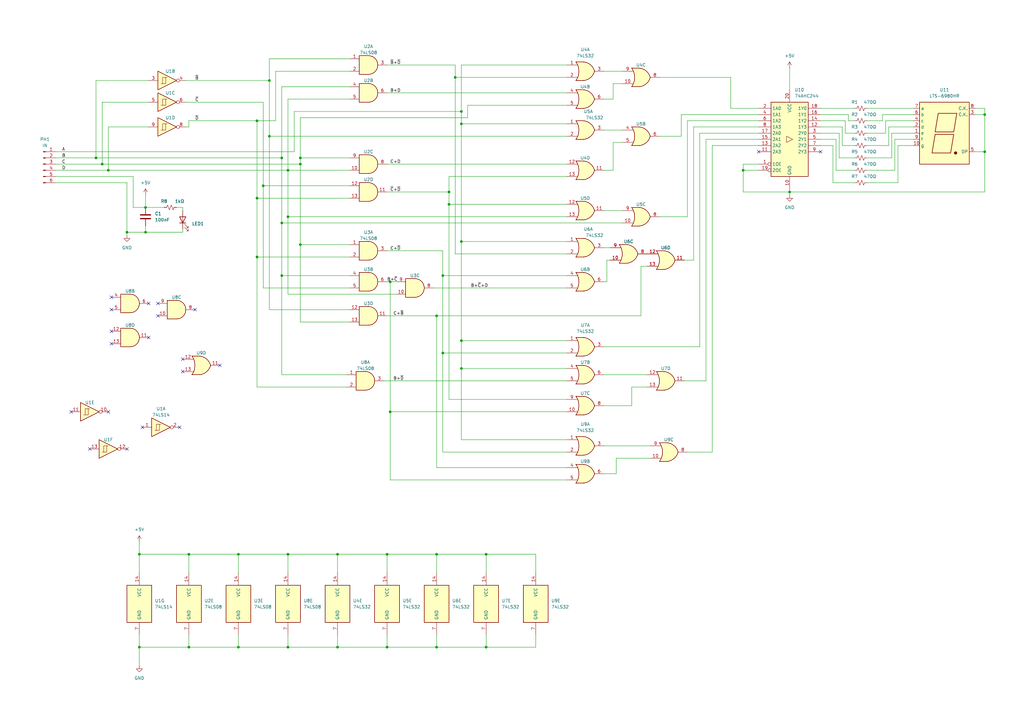
<source format=kicad_sch>
(kicad_sch (version 20211123) (generator eeschema)
  (paper "A3")
  (title_block (title "BCD to LED Logic Gates") (date "2022-11-17") (rev "1.2") (company "Will Schoenfeld"))
  (lib_symbols
    (symbol "74xx:74AHC244"
      (property "Reference" "U" (at -7.62 16.51 0))
      (property "Value" "74AHC244" (at -7.62 -16.51 0))
      (symbol "74AHC244_1_0"
        (pin input inverted (at -12.7 -10.16 0) (length 5.08) (name "1OE") (number "1"))
        (pin power_in line (at 0 -20.32 90) (length 5.08) (name "GND") (number "10"))
        (pin input line (at -12.7 -5.08 0) (length 5.08) (name "2A3") (number "11"))
        (pin tri_state line (at 12.7 5.08 180) (length 5.08) (name "1Y3") (number "12"))
        (pin input line (at -12.7 -2.54 0) (length 5.08) (name "2A2") (number "13"))
        (pin tri_state line (at 12.7 7.62 180) (length 5.08) (name "1Y2") (number "14"))
        (pin input line (at -12.7 0 0) (length 5.08) (name "2A1") (number "15"))
        (pin tri_state line (at 12.7 10.16 180) (length 5.08) (name "1Y1") (number "16"))
        (pin input line (at -12.7 2.54 0) (length 5.08) (name "2A0") (number "17"))
        (pin tri_state line (at 12.7 12.7 180) (length 5.08) (name "1Y0") (number "18"))
        (pin input inverted (at -12.7 -12.7 0) (length 5.08) (name "2OE") (number "19"))
        (pin input line (at -12.7 12.7 0) (length 5.08) (name "1A0") (number "2"))
        (pin power_in line (at 0 20.32 270) (length 5.08) (name "VCC") (number "20"))
        (pin tri_state line (at 12.7 2.54 180) (length 5.08) (name "2Y0") (number "3"))
        (pin input line (at -12.7 10.16 0) (length 5.08) (name "1A1") (number "4"))
        (pin tri_state line (at 12.7 0 180) (length 5.08) (name "2Y1") (number "5"))
        (pin input line (at -12.7 7.62 0) (length 5.08) (name "1A2") (number "6"))
        (pin tri_state line (at 12.7 -2.54 180) (length 5.08) (name "2Y2") (number "7"))
        (pin input line (at -12.7 5.08 0) (length 5.08) (name "1A3") (number "8"))
        (pin tri_state line (at 12.7 -5.08 180) (length 5.08) (name "2Y3") (number "9"))
      )
    )
    (symbol "74xx:74LS08" (pin_names (offset 1.016))
      (property "Reference" "U" (at 0 1.27 0))
      (property "Value" "74LS08" (at 0 -1.27 0))
      (symbol "74LS08_1_1"
        (pin input line (at -7.62 2.54 0) (length 3.81) (name "~") (number "1"))
        (pin input line (at -7.62 -2.54 0) (length 3.81) (name "~") (number "2"))
        (pin output line (at 7.62 0 180) (length 3.81) (name "~") (number "3"))
      )
      (symbol "74LS08_1_2"
        (pin input inverted (at -7.62 2.54 0) (length 4.318) (name "~") (number "1"))
        (pin input inverted (at -7.62 -2.54 0) (length 4.318) (name "~") (number "2"))
        (pin output inverted (at 7.62 0 180) (length 3.81) (name "~") (number "3"))
      )
      (symbol "74LS08_2_1"
        (pin input line (at -7.62 2.54 0) (length 3.81) (name "~") (number "4"))
        (pin input line (at -7.62 -2.54 0) (length 3.81) (name "~") (number "5"))
        (pin output line (at 7.62 0 180) (length 3.81) (name "~") (number "6"))
      )
      (symbol "74LS08_2_2"
        (pin input inverted (at -7.62 2.54 0) (length 4.318) (name "~") (number "4"))
        (pin input inverted (at -7.62 -2.54 0) (length 4.318) (name "~") (number "5"))
        (pin output inverted (at 7.62 0 180) (length 3.81) (name "~") (number "6"))
      )
      (symbol "74LS08_3_1"
        (pin input line (at -7.62 -2.54 0) (length 3.81) (name "~") (number "10"))
        (pin output line (at 7.62 0 180) (length 3.81) (name "~") (number "8"))
        (pin input line (at -7.62 2.54 0) (length 3.81) (name "~") (number "9"))
      )
      (symbol "74LS08_3_2"
        (pin input inverted (at -7.62 -2.54 0) (length 4.318) (name "~") (number "10"))
        (pin output inverted (at 7.62 0 180) (length 3.81) (name "~") (number "8"))
        (pin input inverted (at -7.62 2.54 0) (length 4.318) (name "~") (number "9"))
      )
      (symbol "74LS08_4_1"
        (pin output line (at 7.62 0 180) (length 3.81) (name "~") (number "11"))
        (pin input line (at -7.62 2.54 0) (length 3.81) (name "~") (number "12"))
        (pin input line (at -7.62 -2.54 0) (length 3.81) (name "~") (number "13"))
      )
      (symbol "74LS08_4_2"
        (pin output inverted (at 7.62 0 180) (length 3.81) (name "~") (number "11"))
        (pin input inverted (at -7.62 2.54 0) (length 4.318) (name "~") (number "12"))
        (pin input inverted (at -7.62 -2.54 0) (length 4.318) (name "~") (number "13"))
      )
      (symbol "74LS08_5_0"
        (pin power_in line (at 0 12.7 270) (length 5.08) (name "VCC") (number "14"))
        (pin power_in line (at 0 -12.7 90) (length 5.08) (name "GND") (number "7"))
      )
    )
    (symbol "74xx:74LS14" (pin_names (offset 1.016))
      (property "Reference" "U" (at 0 1.27 0))
      (property "Value" "74LS14" (at 0 -1.27 0))
      (symbol "74LS14_1_0"
        (pin input line (at -7.62 0 0) (length 3.81) (name "~") (number "1"))
        (pin output inverted (at 7.62 0 180) (length 3.81) (name "~") (number "2"))
      )
      (symbol "74LS14_2_0"
        (pin input line (at -7.62 0 0) (length 3.81) (name "~") (number "3"))
        (pin output inverted (at 7.62 0 180) (length 3.81) (name "~") (number "4"))
      )
      (symbol "74LS14_3_0"
        (pin input line (at -7.62 0 0) (length 3.81) (name "~") (number "5"))
        (pin output inverted (at 7.62 0 180) (length 3.81) (name "~") (number "6"))
      )
      (symbol "74LS14_4_0"
        (pin output inverted (at 7.62 0 180) (length 3.81) (name "~") (number "8"))
        (pin input line (at -7.62 0 0) (length 3.81) (name "~") (number "9"))
      )
      (symbol "74LS14_5_0"
        (pin output inverted (at 7.62 0 180) (length 3.81) (name "~") (number "10"))
        (pin input line (at -7.62 0 0) (length 3.81) (name "~") (number "11"))
      )
      (symbol "74LS14_6_0"
        (pin output inverted (at 7.62 0 180) (length 3.81) (name "~") (number "12"))
        (pin input line (at -7.62 0 0) (length 3.81) (name "~") (number "13"))
      )
      (symbol "74LS14_7_0"
        (pin power_in line (at 0 12.7 270) (length 5.08) (name "VCC") (number "14"))
        (pin power_in line (at 0 -12.7 90) (length 5.08) (name "GND") (number "7"))
      )
    )
    (symbol "74xx:74LS32" (pin_names (offset 1.016))
      (property "Reference" "U" (at 0 1.27 0))
      (property "Value" "74LS32" (at 0 -1.27 0))
      (symbol "74LS32_1_1"
        (pin input line (at -7.62 2.54 0) (length 4.318) (name "~") (number "1"))
        (pin input line (at -7.62 -2.54 0) (length 4.318) (name "~") (number "2"))
        (pin output line (at 7.62 0 180) (length 3.81) (name "~") (number "3"))
      )
      (symbol "74LS32_1_2"
        (pin input inverted (at -7.62 2.54 0) (length 3.81) (name "~") (number "1"))
        (pin input inverted (at -7.62 -2.54 0) (length 3.81) (name "~") (number "2"))
        (pin output inverted (at 7.62 0 180) (length 3.81) (name "~") (number "3"))
      )
      (symbol "74LS32_2_1"
        (pin input line (at -7.62 2.54 0) (length 4.318) (name "~") (number "4"))
        (pin input line (at -7.62 -2.54 0) (length 4.318) (name "~") (number "5"))
        (pin output line (at 7.62 0 180) (length 3.81) (name "~") (number "6"))
      )
      (symbol "74LS32_2_2"
        (pin input inverted (at -7.62 2.54 0) (length 3.81) (name "~") (number "4"))
        (pin input inverted (at -7.62 -2.54 0) (length 3.81) (name "~") (number "5"))
        (pin output inverted (at 7.62 0 180) (length 3.81) (name "~") (number "6"))
      )
      (symbol "74LS32_3_1"
        (pin input line (at -7.62 -2.54 0) (length 4.318) (name "~") (number "10"))
        (pin output line (at 7.62 0 180) (length 3.81) (name "~") (number "8"))
        (pin input line (at -7.62 2.54 0) (length 4.318) (name "~") (number "9"))
      )
      (symbol "74LS32_3_2"
        (pin input inverted (at -7.62 -2.54 0) (length 3.81) (name "~") (number "10"))
        (pin output inverted (at 7.62 0 180) (length 3.81) (name "~") (number "8"))
        (pin input inverted (at -7.62 2.54 0) (length 3.81) (name "~") (number "9"))
      )
      (symbol "74LS32_4_1"
        (pin output line (at 7.62 0 180) (length 3.81) (name "~") (number "11"))
        (pin input line (at -7.62 2.54 0) (length 4.318) (name "~") (number "12"))
        (pin input line (at -7.62 -2.54 0) (length 4.318) (name "~") (number "13"))
      )
      (symbol "74LS32_4_2"
        (pin output inverted (at 7.62 0 180) (length 3.81) (name "~") (number "11"))
        (pin input inverted (at -7.62 2.54 0) (length 3.81) (name "~") (number "12"))
        (pin input inverted (at -7.62 -2.54 0) (length 3.81) (name "~") (number "13"))
      )
      (symbol "74LS32_5_0"
        (pin power_in line (at 0 12.7 270) (length 5.08) (name "VCC") (number "14"))
        (pin power_in line (at 0 -12.7 90) (length 5.08) (name "GND") (number "7"))
      )
    )
    (symbol "Connector:Conn_01x06_Male" (pin_names (offset 1.016) hide)
      (property "Reference" "J" (at 0 7.62 0))
      (property "Value" "Conn_01x06_Male" (at 0 -10.16 0))
      (symbol "Conn_01x06_Male_1_1"
        (pin passive line (at 5.08 5.08 180) (length 3.81) (name "Pin_1") (number "1"))
        (pin passive line (at 5.08 2.54 180) (length 3.81) (name "Pin_2") (number "2"))
        (pin passive line (at 5.08 0 180) (length 3.81) (name "Pin_3") (number "3"))
        (pin passive line (at 5.08 -2.54 180) (length 3.81) (name "Pin_4") (number "4"))
        (pin passive line (at 5.08 -5.08 180) (length 3.81) (name "Pin_5") (number "5"))
        (pin passive line (at 5.08 -7.62 180) (length 3.81) (name "Pin_6") (number "6"))
      )
    )
    (symbol "Device:C" (pin_numbers hide) (pin_names (offset 0.254))
      (property "Reference" "C" (at 0.635 2.54 0))
      (property "Value" "C" (at 0.635 -2.54 0))
      (symbol "C_1_1"
        (pin passive line (at 0 3.81 270) (length 2.794) (name "~") (number "1"))
        (pin passive line (at 0 -3.81 90) (length 2.794) (name "~") (number "2"))
      )
    )
    (symbol "Device:LED" (pin_numbers hide) (pin_names (offset 1.016) hide)
      (property "Reference" "D" (at 0 2.54 0))
      (property "Value" "LED" (at 0 -2.54 0))
      (symbol "LED_1_1"
        (pin passive line (at -3.81 0 0) (length 2.54) (name "K") (number "1"))
        (pin passive line (at 3.81 0 180) (length 2.54) (name "A") (number "2"))
      )
    )
    (symbol "Device:R_Small_US" (pin_numbers hide) (pin_names (offset 0.254) hide)
      (property "Reference" "R" (at 0.762 0.508 0))
      (property "Value" "R_Small_US" (at 0.762 -1.016 0))
      (symbol "R_Small_US_1_1"
        (pin passive line (at 0 2.54 270) (length 1.016) (name "~") (number "1"))
        (pin passive line (at 0 -2.54 90) (length 1.016) (name "~") (number "2"))
      )
    )
    (symbol "Display_Character:LTS-6980HR"
      (property "Reference" "AFF" (at -7.874 13.97 0))
      (property "Value" "LTS-6980HR" (at 4.064 13.97 0))
      (symbol "LTS-6980HR_1_1"
        (pin passive line (at -12.7 0 0) (length 2.54) (name "e") (number "1"))
        (pin passive line (at -12.7 -5.08 0) (length 2.54) (name "g") (number "10"))
        (pin passive line (at -12.7 2.54 0) (length 2.54) (name "d") (number "2"))
        (pin passive line (at 12.7 7.62 180) (length 2.54) (name "C.K.") (number "3"))
        (pin passive line (at -12.7 5.08 0) (length 2.54) (name "c") (number "4"))
        (pin passive line (at 12.7 -7.62 180) (length 2.54) (name "DP") (number "5"))
        (pin passive line (at -12.7 7.62 0) (length 2.54) (name "b") (number "6"))
        (pin passive line (at -12.7 10.16 0) (length 2.54) (name "a") (number "7"))
        (pin passive line (at 12.7 10.16 180) (length 2.54) (name "C.K.") (number "8"))
        (pin passive line (at -12.7 -2.54 0) (length 2.54) (name "f") (number "9"))
      )
    )
    (symbol "power:+5V" (power) (pin_names (offset 0))
      (property "Value" "+5V" (at 0 3.556 0))
      (symbol "+5V_1_1"
        (pin power_in line (at 0 0 90) (length 0) hide (name "+5V") (number "1"))
      )
    )
    (symbol "power:GND" (power) (pin_names (offset 0))
      (property "Value" "GND" (at 0 -3.81 0))
      (symbol "GND_1_1"
        (pin power_in line (at 0 0 270) (length 0) hide (name "GND") (number "1"))
      )
    )
  )
  (junction (at 97.79 227.33))
  (junction (at 138.43 265.43))
  (junction (at 323.85 78.74))
  (junction (at 189.23 99.06))
  (junction (at 304.8 69.85))
  (junction (at 189.23 151.13))
  (junction (at 189.23 50.8))
  (junction (at 105.41 81.28))
  (junction (at 403.86 46.99))
  (junction (at 158.75 265.43))
  (junction (at 160.02 115.57))
  (junction (at 107.95 76.2))
  (junction (at 123.19 67.31))
  (junction (at 118.11 69.85))
  (junction (at 179.07 265.43))
  (junction (at 105.41 105.41))
  (junction (at 115.57 113.03))
  (junction (at 115.57 91.44))
  (junction (at 110.49 55.88))
  (junction (at 179.07 129.54))
  (junction (at 403.86 62.23))
  (junction (at 118.11 88.9))
  (junction (at 41.91 67.31))
  (junction (at 97.79 265.43))
  (junction (at 118.11 265.43))
  (junction (at 189.23 45.72))
  (junction (at 77.47 227.33))
  (junction (at 110.49 33.02))
  (junction (at 186.69 31.75))
  (junction (at 44.45 69.85))
  (junction (at 189.23 139.7))
  (junction (at 115.57 64.77))
  (junction (at 59.69 85.09))
  (junction (at 105.41 49.53))
  (junction (at 57.15 265.43))
  (junction (at 52.07 95.25))
  (junction (at 77.47 265.43))
  (junction (at 158.75 227.33))
  (junction (at 184.15 83.82))
  (junction (at 199.39 227.33))
  (junction (at 199.39 265.43))
  (junction (at 184.15 78.74))
  (junction (at 57.15 227.33))
  (junction (at 179.07 227.33))
  (junction (at 181.61 144.78))
  (junction (at 181.61 113.03))
  (junction (at 118.11 227.33))
  (junction (at 123.19 100.33))
  (junction (at 123.19 64.77))
  (junction (at 59.69 95.25))
  (junction (at 39.37 64.77))
  (junction (at 160.02 168.91))
  (junction (at 138.43 227.33))
  (no_connect (at 311.15 62.23))
  (no_connect (at 90.17 149.86))
  (no_connect (at 74.93 147.32))
  (no_connect (at 74.93 152.4))
  (no_connect (at 64.77 129.54))
  (no_connect (at 64.77 124.46))
  (no_connect (at 80.01 127))
  (no_connect (at 44.45 168.91))
  (no_connect (at 29.21 168.91))
  (no_connect (at 36.83 184.15))
  (no_connect (at 45.72 140.97))
  (no_connect (at 45.72 135.89))
  (no_connect (at 60.96 138.43))
  (no_connect (at 45.72 127))
  (no_connect (at 60.96 124.46))
  (no_connect (at 45.72 121.92))
  (no_connect (at 52.07 184.15))
  (no_connect (at 336.55 62.23))
  (no_connect (at 58.42 175.26))
  (no_connect (at 73.66 175.26))
  (wire (pts (xy 289.56 156.21) (xy 289.56 57.15)))
  (wire (pts (xy 184.15 72.39) (xy 184.15 78.74)))
  (wire (pts (xy 138.43 260.35) (xy 138.43 265.43)))
  (wire (pts (xy 248.92 106.68) (xy 248.92 115.57)))
  (wire (pts (xy 336.55 49.53) (xy 346.71 49.53)))
  (wire (pts (xy 336.55 54.61) (xy 344.17 54.61)))
  (wire (pts (xy 199.39 265.43) (xy 179.07 265.43)))
  (wire (pts (xy 232.41 151.13) (xy 189.23 151.13)))
  (wire (pts (xy 160.02 168.91) (xy 160.02 115.57)))
  (wire (pts (xy 189.23 50.8) (xy 232.41 50.8)))
  (wire (pts (xy 158.75 38.1) (xy 232.41 38.1)))
  (wire (pts (xy 262.89 109.22) (xy 265.43 109.22)))
  (wire (pts (xy 77.47 265.43) (xy 57.15 265.43)))
  (wire (pts (xy 143.51 105.41) (xy 105.41 105.41)))
  (wire (pts (xy 77.47 260.35) (xy 77.47 265.43)))
  (wire (pts (xy 118.11 69.85) (xy 143.51 69.85)))
  (wire (pts (xy 280.67 106.68) (xy 284.48 106.68)))
  (wire (pts (xy 259.08 166.37) (xy 247.65 166.37)))
  (wire (pts (xy 138.43 265.43) (xy 118.11 265.43)))
  (wire (pts (xy 181.61 144.78) (xy 181.61 113.03)))
  (wire (pts (xy 251.46 34.29) (xy 251.46 40.64)))
  (wire (pts (xy 143.51 81.28) (xy 105.41 81.28)))
  (wire (pts (xy 311.15 67.31) (xy 304.8 67.31)))
  (wire (pts (xy 365.76 54.61) (xy 365.76 64.77)))
  (wire (pts (xy 199.39 234.95) (xy 199.39 227.33)))
  (wire (pts (xy 292.1 59.69) (xy 311.15 59.69)))
  (wire (pts (xy 186.69 31.75) (xy 232.41 31.75)))
  (wire (pts (xy 299.72 31.75) (xy 299.72 44.45)))
  (wire (pts (xy 59.69 92.71) (xy 59.69 95.25)))
  (wire (pts (xy 219.71 260.35) (xy 219.71 265.43)))
  (wire (pts (xy 44.45 69.85) (xy 118.11 69.85)))
  (wire (pts (xy 158.75 129.54) (xy 179.07 129.54)))
  (wire (pts (xy 143.51 118.11) (xy 107.95 118.11)))
  (wire (pts (xy 115.57 64.77) (xy 39.37 64.77)))
  (wire (pts (xy 403.86 46.99) (xy 403.86 62.23)))
  (wire (pts (xy 105.41 49.53) (xy 113.03 49.53)))
  (wire (pts (xy 363.22 54.61) (xy 355.6 54.61)))
  (wire (pts (xy 367.03 69.85) (xy 355.6 69.85)))
  (wire (pts (xy 361.95 46.99) (xy 374.65 46.99)))
  (wire (pts (xy 60.96 33.02) (xy 39.37 33.02)))
  (wire (pts (xy 252.73 187.96) (xy 252.73 194.31)))
  (wire (pts (xy 142.24 153.67) (xy 115.57 153.67)))
  (wire (pts (xy 368.3 59.69) (xy 368.3 74.93)))
  (wire (pts (xy 336.55 46.99) (xy 347.98 46.99)))
  (wire (pts (xy 184.15 163.83) (xy 184.15 83.82)))
  (wire (pts (xy 77.47 227.33) (xy 97.79 227.33)))
  (wire (pts (xy 189.23 139.7) (xy 189.23 99.06)))
  (wire (pts (xy 77.47 227.33) (xy 77.47 234.95)))
  (wire (pts (xy 287.02 142.24) (xy 287.02 54.61)))
  (wire (pts (xy 232.41 144.78) (xy 181.61 144.78)))
  (wire (pts (xy 57.15 260.35) (xy 57.15 265.43)))
  (wire (pts (xy 252.73 187.96) (xy 266.7 187.96)))
  (wire (pts (xy 304.8 69.85) (xy 304.8 78.74)))
  (wire (pts (xy 323.85 78.74) (xy 403.86 78.74)))
  (wire (pts (xy 219.71 227.33) (xy 199.39 227.33)))
  (wire (pts (xy 247.65 86.36) (xy 255.27 86.36)))
  (wire (pts (xy 279.4 46.99) (xy 311.15 46.99)))
  (wire (pts (xy 158.75 260.35) (xy 158.75 265.43)))
  (wire (pts (xy 22.86 67.31) (xy 41.91 67.31)))
  (wire (pts (xy 403.86 62.23) (xy 403.86 78.74)))
  (wire (pts (xy 374.65 57.15) (xy 367.03 57.15)))
  (wire (pts (xy 52.07 74.93) (xy 52.07 95.25)))
  (wire (pts (xy 179.07 260.35) (xy 179.07 265.43)))
  (wire (pts (xy 232.41 26.67) (xy 189.23 26.67)))
  (wire (pts (xy 252.73 194.31) (xy 247.65 194.31)))
  (wire (pts (xy 259.08 158.75) (xy 259.08 166.37)))
  (wire (pts (xy 115.57 113.03) (xy 115.57 91.44)))
  (wire (pts (xy 158.75 227.33) (xy 179.07 227.33)))
  (wire (pts (xy 74.93 86.36) (xy 74.93 85.09)))
  (wire (pts (xy 143.51 127) (xy 110.49 127)))
  (wire (pts (xy 57.15 227.33) (xy 77.47 227.33)))
  (wire (pts (xy 57.15 227.33) (xy 57.15 234.95)))
  (wire (pts (xy 344.17 64.77) (xy 350.52 64.77)))
  (wire (pts (xy 347.98 49.53) (xy 350.52 49.53)))
  (wire (pts (xy 123.19 48.26) (xy 123.19 64.77)))
  (wire (pts (xy 189.23 50.8) (xy 189.23 45.72)))
  (wire (pts (xy 247.65 40.64) (xy 251.46 40.64)))
  (wire (pts (xy 113.03 29.21) (xy 143.51 29.21)))
  (wire (pts (xy 247.65 142.24) (xy 287.02 142.24)))
  (wire (pts (xy 59.69 85.09) (xy 59.69 80.01)))
  (wire (pts (xy 323.85 78.74) (xy 323.85 80.01)))
  (wire (pts (xy 110.49 127) (xy 110.49 55.88)))
  (wire (pts (xy 39.37 64.77) (xy 22.86 64.77)))
  (wire (pts (xy 232.41 99.06) (xy 189.23 99.06)))
  (wire (pts (xy 105.41 105.41) (xy 105.41 81.28)))
  (wire (pts (xy 54.61 72.39) (xy 54.61 85.09)))
  (wire (pts (xy 346.71 54.61) (xy 350.52 54.61)))
  (wire (pts (xy 110.49 33.02) (xy 110.49 24.13)))
  (wire (pts (xy 336.55 44.45) (xy 350.52 44.45)))
  (wire (pts (xy 160.02 115.57) (xy 158.75 115.57)))
  (wire (pts (xy 323.85 27.94) (xy 323.85 36.83)))
  (wire (pts (xy 158.75 227.33) (xy 158.75 234.95)))
  (wire (pts (xy 110.49 24.13) (xy 143.51 24.13)))
  (wire (pts (xy 77.47 49.53) (xy 105.41 49.53)))
  (wire (pts (xy 22.86 62.23) (xy 120.65 62.23)))
  (wire (pts (xy 270.51 31.75) (xy 299.72 31.75)))
  (wire (pts (xy 189.23 26.67) (xy 189.23 45.72)))
  (wire (pts (xy 281.94 88.9) (xy 281.94 49.53)))
  (wire (pts (xy 115.57 91.44) (xy 115.57 64.77)))
  (wire (pts (xy 374.65 49.53) (xy 363.22 49.53)))
  (wire (pts (xy 247.65 69.85) (xy 251.46 69.85)))
  (wire (pts (xy 342.9 69.85) (xy 350.52 69.85)))
  (wire (pts (xy 41.91 41.91) (xy 60.96 41.91)))
  (wire (pts (xy 143.51 35.56) (xy 115.57 35.56)))
  (wire (pts (xy 361.95 49.53) (xy 361.95 46.99)))
  (wire (pts (xy 184.15 83.82) (xy 184.15 78.74)))
  (wire (pts (xy 191.77 43.18) (xy 191.77 48.26)))
  (wire (pts (xy 107.95 118.11) (xy 107.95 76.2)))
  (wire (pts (xy 292.1 185.42) (xy 292.1 59.69)))
  (wire (pts (xy 59.69 95.25) (xy 74.93 95.25)))
  (wire (pts (xy 323.85 77.47) (xy 323.85 78.74)))
  (wire (pts (xy 105.41 105.41) (xy 105.41 158.75)))
  (wire (pts (xy 364.49 52.07) (xy 364.49 59.69)))
  (wire (pts (xy 162.56 120.65) (xy 118.11 120.65)))
  (wire (pts (xy 281.94 185.42) (xy 292.1 185.42)))
  (wire (pts (xy 160.02 196.85) (xy 160.02 168.91)))
  (wire (pts (xy 118.11 227.33) (xy 118.11 234.95)))
  (wire (pts (xy 110.49 55.88) (xy 110.49 33.02)))
  (wire (pts (xy 97.79 227.33) (xy 118.11 227.33)))
  (wire (pts (xy 181.61 102.87) (xy 181.61 113.03)))
  (wire (pts (xy 368.3 74.93) (xy 355.6 74.93)))
  (wire (pts (xy 115.57 113.03) (xy 115.57 153.67)))
  (wire (pts (xy 341.63 59.69) (xy 341.63 74.93)))
  (wire (pts (xy 255.27 34.29) (xy 251.46 34.29)))
  (wire (pts (xy 186.69 26.67) (xy 186.69 31.75)))
  (wire (pts (xy 60.96 52.07) (xy 44.45 52.07)))
  (wire (pts (xy 279.4 55.88) (xy 279.4 46.99)))
  (wire (pts (xy 158.75 67.31) (xy 232.41 67.31)))
  (wire (pts (xy 374.65 54.61) (xy 365.76 54.61)))
  (wire (pts (xy 118.11 40.64) (xy 118.11 69.85)))
  (wire (pts (xy 189.23 99.06) (xy 189.23 50.8)))
  (wire (pts (xy 280.67 156.21) (xy 289.56 156.21)))
  (wire (pts (xy 44.45 52.07) (xy 44.45 69.85)))
  (wire (pts (xy 118.11 260.35) (xy 118.11 265.43)))
  (wire (pts (xy 232.41 139.7) (xy 189.23 139.7)))
  (wire (pts (xy 143.51 76.2) (xy 107.95 76.2)))
  (wire (pts (xy 232.41 191.77) (xy 179.07 191.77)))
  (wire (pts (xy 77.47 49.53) (xy 77.47 52.07)))
  (wire (pts (xy 374.65 52.07) (xy 364.49 52.07)))
  (wire (pts (xy 374.65 59.69) (xy 368.3 59.69)))
  (wire (pts (xy 232.41 196.85) (xy 160.02 196.85)))
  (wire (pts (xy 22.86 69.85) (xy 44.45 69.85)))
  (wire (pts (xy 179.07 227.33) (xy 179.07 234.95)))
  (wire (pts (xy 76.2 33.02) (xy 110.49 33.02)))
  (wire (pts (xy 118.11 227.33) (xy 138.43 227.33)))
  (wire (pts (xy 247.65 153.67) (xy 265.43 153.67)))
  (wire (pts (xy 57.15 265.43) (xy 57.15 273.05)))
  (wire (pts (xy 158.75 78.74) (xy 184.15 78.74)))
  (wire (pts (xy 59.69 85.09) (xy 67.31 85.09)))
  (wire (pts (xy 76.2 41.91) (xy 107.95 41.91)))
  (wire (pts (xy 289.56 57.15) (xy 311.15 57.15)))
  (wire (pts (xy 232.41 113.03) (xy 181.61 113.03)))
  (wire (pts (xy 400.05 46.99) (xy 403.86 46.99)))
  (wire (pts (xy 157.48 156.21) (xy 232.41 156.21)))
  (wire (pts (xy 123.19 67.31) (xy 41.91 67.31)))
  (wire (pts (xy 400.05 44.45) (xy 403.86 44.45)))
  (wire (pts (xy 138.43 227.33) (xy 138.43 234.95)))
  (wire (pts (xy 57.15 222.25) (xy 57.15 227.33)))
  (wire (pts (xy 304.8 67.31) (xy 304.8 69.85)))
  (wire (pts (xy 232.41 104.14) (xy 186.69 104.14)))
  (wire (pts (xy 199.39 260.35) (xy 199.39 265.43)))
  (wire (pts (xy 123.19 100.33) (xy 123.19 67.31)))
  (wire (pts (xy 158.75 265.43) (xy 138.43 265.43)))
  (wire (pts (xy 304.8 78.74) (xy 323.85 78.74)))
  (wire (pts (xy 232.41 43.18) (xy 191.77 43.18)))
  (wire (pts (xy 284.48 106.68) (xy 284.48 52.07)))
  (wire (pts (xy 123.19 64.77) (xy 123.19 67.31)))
  (wire (pts (xy 262.89 129.54) (xy 262.89 109.22)))
  (wire (pts (xy 199.39 227.33) (xy 179.07 227.33)))
  (wire (pts (xy 162.56 115.57) (xy 160.02 115.57)))
  (wire (pts (xy 284.48 52.07) (xy 311.15 52.07)))
  (wire (pts (xy 143.51 40.64) (xy 118.11 40.64)))
  (wire (pts (xy 179.07 191.77) (xy 179.07 129.54)))
  (wire (pts (xy 107.95 76.2) (xy 107.95 41.91)))
  (wire (pts (xy 97.79 227.33) (xy 97.79 234.95)))
  (wire (pts (xy 123.19 64.77) (xy 143.51 64.77)))
  (wire (pts (xy 247.65 182.88) (xy 266.7 182.88)))
  (wire (pts (xy 247.65 115.57) (xy 248.92 115.57)))
  (wire (pts (xy 181.61 185.42) (xy 181.61 144.78)))
  (wire (pts (xy 336.55 52.07) (xy 345.44 52.07)))
  (wire (pts (xy 341.63 74.93) (xy 350.52 74.93)))
  (wire (pts (xy 232.41 168.91) (xy 160.02 168.91)))
  (wire (pts (xy 74.93 93.98) (xy 74.93 95.25)))
  (wire (pts (xy 115.57 35.56) (xy 115.57 64.77)))
  (wire (pts (xy 400.05 62.23) (xy 403.86 62.23)))
  (wire (pts (xy 342.9 57.15) (xy 342.9 69.85)))
  (wire (pts (xy 363.22 49.53) (xy 363.22 54.61)))
  (wire (pts (xy 143.51 100.33) (xy 123.19 100.33)))
  (wire (pts (xy 179.07 265.43) (xy 158.75 265.43)))
  (wire (pts (xy 118.11 265.43) (xy 97.79 265.43)))
  (wire (pts (xy 143.51 113.03) (xy 115.57 113.03)))
  (wire (pts (xy 142.24 158.75) (xy 105.41 158.75)))
  (wire (pts (xy 336.55 57.15) (xy 342.9 57.15)))
  (wire (pts (xy 232.41 185.42) (xy 181.61 185.42)))
  (wire (pts (xy 346.71 49.53) (xy 346.71 54.61)))
  (wire (pts (xy 345.44 52.07) (xy 345.44 59.69)))
  (wire (pts (xy 365.76 64.77) (xy 355.6 64.77)))
  (wire (pts (xy 219.71 234.95) (xy 219.71 227.33)))
  (wire (pts (xy 118.11 120.65) (xy 118.11 88.9)))
  (wire (pts (xy 189.23 45.72) (xy 120.65 45.72)))
  (wire (pts (xy 74.93 85.09) (xy 72.39 85.09)))
  (wire (pts (xy 39.37 33.02) (xy 39.37 64.77)))
  (wire (pts (xy 113.03 49.53) (xy 113.03 29.21)))
  (wire (pts (xy 270.51 88.9) (xy 281.94 88.9)))
  (wire (pts (xy 191.77 48.26) (xy 123.19 48.26)))
  (wire (pts (xy 54.61 85.09) (xy 59.69 85.09)))
  (wire (pts (xy 118.11 88.9) (xy 118.11 69.85)))
  (wire (pts (xy 247.65 29.21) (xy 255.27 29.21)))
  (wire (pts (xy 364.49 59.69) (xy 355.6 59.69)))
  (wire (pts (xy 336.55 59.69) (xy 341.63 59.69)))
  (wire (pts (xy 270.51 55.88) (xy 279.4 55.88)))
  (wire (pts (xy 189.23 151.13) (xy 189.23 139.7)))
  (wire (pts (xy 105.41 49.53) (xy 105.41 81.28)))
  (wire (pts (xy 123.19 132.08) (xy 123.19 100.33)))
  (wire (pts (xy 143.51 132.08) (xy 123.19 132.08)))
  (wire (pts (xy 247.65 101.6) (xy 250.19 101.6)))
  (wire (pts (xy 77.47 52.07) (xy 76.2 52.07)))
  (wire (pts (xy 158.75 102.87) (xy 181.61 102.87)))
  (wire (pts (xy 177.8 118.11) (xy 232.41 118.11)))
  (wire (pts (xy 367.03 57.15) (xy 367.03 69.85)))
  (wire (pts (xy 251.46 69.85) (xy 251.46 58.42)))
  (wire (pts (xy 52.07 96.52) (xy 52.07 95.25)))
  (wire (pts (xy 355.6 49.53) (xy 361.95 49.53)))
  (wire (pts (xy 186.69 104.14) (xy 186.69 31.75)))
  (wire (pts (xy 265.43 158.75) (xy 259.08 158.75)))
  (wire (pts (xy 179.07 129.54) (xy 262.89 129.54)))
  (wire (pts (xy 232.41 88.9) (xy 118.11 88.9)))
  (wire (pts (xy 247.65 53.34) (xy 255.27 53.34)))
  (wire (pts (xy 97.79 265.43) (xy 77.47 265.43)))
  (wire (pts (xy 97.79 260.35) (xy 97.79 265.43)))
  (wire (pts (xy 355.6 44.45) (xy 374.65 44.45)))
  (wire (pts (xy 219.71 265.43) (xy 199.39 265.43)))
  (wire (pts (xy 255.27 91.44) (xy 115.57 91.44)))
  (wire (pts (xy 184.15 83.82) (xy 232.41 83.82)))
  (wire (pts (xy 403.86 44.45) (xy 403.86 46.99)))
  (wire (pts (xy 281.94 49.53) (xy 311.15 49.53)))
  (wire (pts (xy 344.17 54.61) (xy 344.17 64.77)))
  (wire (pts (xy 158.75 26.67) (xy 186.69 26.67)))
  (wire (pts (xy 311.15 44.45) (xy 299.72 44.45)))
  (wire (pts (xy 138.43 227.33) (xy 158.75 227.33)))
  (wire (pts (xy 347.98 46.99) (xy 347.98 49.53)))
  (wire (pts (xy 184.15 72.39) (xy 232.41 72.39)))
  (wire (pts (xy 41.91 67.31) (xy 41.91 41.91)))
  (wire (pts (xy 255.27 58.42) (xy 251.46 58.42)))
  (wire (pts (xy 22.86 72.39) (xy 54.61 72.39)))
  (wire (pts (xy 22.86 74.93) (xy 52.07 74.93)))
  (wire (pts (xy 59.69 95.25) (xy 52.07 95.25)))
  (wire (pts (xy 248.92 106.68) (xy 250.19 106.68)))
  (wire (pts (xy 120.65 45.72) (xy 120.65 62.23)))
  (wire (pts (xy 110.49 55.88) (xy 232.41 55.88)))
  (wire (pts (xy 287.02 54.61) (xy 311.15 54.61)))
  (wire (pts (xy 189.23 180.34) (xy 189.23 151.13)))
  (wire (pts (xy 232.41 163.83) (xy 184.15 163.83)))
  (wire (pts (xy 304.8 69.85) (xy 311.15 69.85)))
  (wire (pts (xy 345.44 59.69) (xy 350.52 59.69)))
  (wire (pts (xy 232.41 180.34) (xy 189.23 180.34)))
  (label "~{C}+~{D}" (at 160.02 78.74 0))
  (label "~{B}" (at 80.01 33.02 0))
  (label "B" (at 25.4 64.77 0))
  (label "~{B}+~{D}" (at 160.02 26.67 0))
  (label "B+~{C}+D" (at 193.04 118.11 0))
  (label "A" (at 25.4 62.23 0))
  (label "B+~{D}" (at 161.29 156.21 0))
  (label "C+~{B}" (at 161.29 129.54 0))
  (label "~{C}" (at 80.01 41.91 0))
  (label "D" (at 25.4 69.85 0))
  (label "C+D" (at 160.02 67.31 0))
  (label "~{D}" (at 80.01 49.53 0))
  (label "B+~{C}" (at 158.75 115.57 0))
  (label "C" (at 25.4 67.31 0))
  (label "C+~{D}" (at 160.02 102.87 0))
  (label "B+D" (at 160.02 38.1 0))
  (symbol (lib_id "74xx:74LS14") (at 68.58 52.07 0) (unit 4)
    (property "Reference" "U1" (at 69.85 48.26 0))
    (property "Value" "74LS14" (effects hide))
    (property "Footprint" "Package_DIP:DIP-14_W7.62mm_Socket" (effects hide))
    (property "Datasheet" "http://www.ti.com/lit/gpn/sn74LS14" (effects hide))
  )
  (symbol (lib_id "74xx:74LS32") (at 240.03 153.67 0) (unit 2)
    (property "Reference" "U7" (at 240.03 148.59 0))
    (property "Value" "74LS32" (effects hide))
    (property "Footprint" "Package_DIP:DIP-14_W7.62mm_Socket" (effects hide))
    (property "Datasheet" "http://www.ti.com/lit/gpn/sn74LS32" (effects hide))
  )
  (symbol (lib_id "74xx:74LS08") (at 97.79 247.65 0) (unit 5)
    (property "Reference" "U3" (at 104.14 246.3799 0) (effects (justify left)))
    (property "Value" "74LS08" (at 104.14 248.9199 0) (effects (justify left)))
    (property "Footprint" "Package_DIP:DIP-14_W7.62mm_Socket" (effects hide))
    (property "Datasheet" "http://www.ti.com/lit/gpn/sn74LS08" (effects hide))
  )
  (symbol (lib_id "74xx:74LS08") (at 149.86 156.21 0) (unit 1)
    (property "Reference" "U8" (at 149.86 148.59 0))
    (property "Value" "74LS08" (at 149.86 151.13 0))
    (property "Footprint" "Package_DIP:DIP-14_W7.62mm_Socket" (effects hide))
    (property "Datasheet" "http://www.ti.com/lit/gpn/sn74LS08" (effects hide))
  )
  (symbol (lib_id "74xx:74LS32") (at 240.03 194.31 0) (unit 2)
    (property "Reference" "U9" (at 240.03 189.23 0))
    (property "Value" "74LS32" (effects hide))
    (property "Footprint" "Package_DIP:DIP-14_W7.62mm_Socket" (effects hide))
    (property "Datasheet" "http://www.ti.com/lit/gpn/sn74LS32" (effects hide))
  )
  (symbol (lib_id "74xx:74LS32") (at 219.71 247.65 0) (unit 5)
    (property "Reference" "U9" (at 226.06 246.3799 0) (effects (justify left)))
    (property "Value" "74LS32" (at 226.06 248.9199 0) (effects (justify left)))
    (property "Footprint" "Package_DIP:DIP-14_W7.62mm_Socket" (effects hide))
    (property "Datasheet" "http://www.ti.com/lit/gpn/sn74LS32" (effects hide))
  )
  (symbol (lib_id "74xx:74LS32") (at 240.03 101.6 0) (unit 1)
    (property "Reference" "U6" (at 241.3 93.98 0))
    (property "Value" "74LS32" (at 243.84 96.52 0))
    (property "Footprint" "Package_DIP:DIP-14_W7.62mm_Socket" (effects hide))
    (property "Datasheet" "http://www.ti.com/lit/gpn/sn74LS32" (effects hide))
  )
  (symbol (lib_id "74xx:74LS32") (at 240.03 142.24 0) (unit 1)
    (property "Reference" "U7" (at 240.03 133.35 0))
    (property "Value" "74LS32" (at 240.03 135.89 0))
    (property "Footprint" "Package_DIP:DIP-14_W7.62mm_Socket" (effects hide))
    (property "Datasheet" "http://www.ti.com/lit/gpn/sn74LS32" (effects hide))
  )
  (symbol (lib_id "74xx:74AHC244") (at 323.85 57.15 0) (unit 1)
    (property "Reference" "U10" (at 325.8694 36.83 0) (effects (justify left)))
    (property "Value" "74AHC244" (at 325.8694 39.37 0) (effects (justify left)))
    (property "Footprint" "Package_DIP:DIP-20_W7.62mm_Socket" (effects hide))
    (property "Datasheet" "https://assets.nexperia.com/documents/data-sheet/74AHC_AHCT244.pdf" (effects hide))
  )
  (symbol (lib_id "74xx:74LS32") (at 82.55 149.86 0) (unit 4)
    (property "Reference" "U9" (at 82.55 144.78 0))
    (property "Value" "74LS32" (effects hide))
    (property "Footprint" "Package_DIP:DIP-14_W7.62mm_Socket" (effects hide))
    (property "Datasheet" "http://www.ti.com/lit/gpn/sn74LS32" (effects hide))
  )
  (symbol (lib_id "power:GND") (at 52.07 96.52 0) (unit 1)
    (property "Reference" "#PWR03" (effects hide))
    (property "Value" "GND" (at 52.07 101.6 0))
  )
  (symbol (lib_id "74xx:74LS08") (at 151.13 115.57 0) (unit 2)
    (property "Reference" "U3" (at 151.13 110.49 0))
    (property "Value" "74LS08" (effects hide))
    (property "Footprint" "Package_DIP:DIP-14_W7.62mm_Socket" (effects hide))
    (property "Datasheet" "http://www.ti.com/lit/gpn/sn74LS08" (effects hide))
  )
  (symbol (lib_id "Device:R_Small_US") (at 353.06 54.61 90) (unit 1)
    (property "Reference" "R3" (at 350.52 52.07 90))
    (property "Value" "470Ω" (at 356.87 52.07 90))
    (property "Footprint" "Resistor_THT:R_Axial_DIN0207_L6.3mm_D2.5mm_P7.62mm_Horizontal" (effects hide))
  )
  (symbol (lib_id "74xx:74LS32") (at 274.32 185.42 0) (unit 3)
    (property "Reference" "U9" (at 274.32 180.34 0))
    (property "Value" "74LS32" (effects hide))
    (property "Footprint" "Package_DIP:DIP-14_W7.62mm_Socket" (effects hide))
    (property "Datasheet" "http://www.ti.com/lit/gpn/sn74LS32" (effects hide))
  )
  (symbol (lib_id "Device:R_Small_US") (at 353.06 49.53 90) (unit 1)
    (property "Reference" "R2" (at 350.52 46.99 90))
    (property "Value" "470Ω" (at 356.87 46.99 90))
    (property "Footprint" "Resistor_THT:R_Axial_DIN0207_L6.3mm_D2.5mm_P7.62mm_Horizontal" (effects hide))
  )
  (symbol (lib_id "74xx:74LS32") (at 240.03 69.85 0) (unit 4)
    (property "Reference" "U4" (at 240.03 64.77 0))
    (property "Value" "74LS32" (effects hide))
    (property "Footprint" "Package_DIP:DIP-14_W7.62mm_Socket" (effects hide))
    (property "Datasheet" "http://www.ti.com/lit/gpn/sn74LS32" (effects hide))
  )
  (symbol (lib_id "power:GND") (at 323.85 80.01 0) (unit 1)
    (property "Reference" "#PWR02" (effects hide))
    (property "Value" "GND" (at 323.85 85.09 0))
  )
  (symbol (lib_id "74xx:74LS14") (at 66.04 175.26 0) (unit 1)
    (property "Reference" "U1" (at 66.04 167.64 0))
    (property "Value" "74LS14" (at 66.04 170.18 0))
    (property "Footprint" "Package_DIP:DIP-14_W7.62mm_Socket" (effects hide))
    (property "Datasheet" "http://www.ti.com/lit/gpn/sn74LS14" (effects hide))
  )
  (symbol (lib_id "74xx:74LS08") (at 77.47 247.65 0) (unit 5)
    (property "Reference" "U2" (at 83.82 246.3799 0) (effects (justify left)))
    (property "Value" "74LS08" (at 83.82 248.9199 0) (effects (justify left)))
    (property "Footprint" "Package_DIP:DIP-14_W7.62mm_Socket" (effects hide))
    (property "Datasheet" "http://www.ti.com/lit/gpn/sn74LS08" (effects hide))
  )
  (symbol (lib_id "Device:R_Small_US") (at 353.06 44.45 90) (unit 1)
    (property "Reference" "R1" (at 350.52 41.91 90))
    (property "Value" "470Ω" (at 356.87 41.91 90))
    (property "Footprint" "Resistor_THT:R_Axial_DIN0207_L6.3mm_D2.5mm_P7.62mm_Horizontal" (effects hide))
  )
  (symbol (lib_id "74xx:74LS08") (at 151.13 67.31 0) (unit 3)
    (property "Reference" "U2" (at 151.13 62.23 0))
    (property "Value" "74LS08" (effects hide))
    (property "Footprint" "Package_DIP:DIP-14_W7.62mm_Socket" (effects hide))
    (property "Datasheet" "http://www.ti.com/lit/gpn/sn74LS08" (effects hide))
  )
  (symbol (lib_id "Device:R_Small_US") (at 353.06 64.77 90) (unit 1)
    (property "Reference" "R5" (at 350.52 62.23 90))
    (property "Value" "470Ω" (at 356.87 62.23 90))
    (property "Footprint" "Resistor_THT:R_Axial_DIN0207_L6.3mm_D2.5mm_P7.62mm_Horizontal" (effects hide))
  )
  (symbol (lib_id "74xx:74LS32") (at 158.75 247.65 0) (unit 5)
    (property "Reference" "U5" (at 165.1 246.3799 0) (effects (justify left)))
    (property "Value" "74LS32" (at 165.1 248.9199 0) (effects (justify left)))
    (property "Footprint" "Package_DIP:DIP-14_W7.62mm_Socket" (effects hide))
    (property "Datasheet" "http://www.ti.com/lit/gpn/sn74LS32" (effects hide))
  )
  (symbol (lib_id "74xx:74LS08") (at 118.11 247.65 0) (unit 5)
    (property "Reference" "U8" (at 124.46 246.3799 0) (effects (justify left)))
    (property "Value" "74LS08" (at 124.46 248.9199 0) (effects (justify left)))
    (property "Footprint" "Package_DIP:DIP-14_W7.62mm_Socket" (effects hide))
    (property "Datasheet" "http://www.ti.com/lit/gpn/sn74LS08" (effects hide))
  )
  (symbol (lib_id "74xx:74LS32") (at 262.89 88.9 0) (unit 3)
    (property "Reference" "U5" (at 262.89 83.82 0))
    (property "Value" "74LS32" (effects hide))
    (property "Footprint" "Package_DIP:DIP-14_W7.62mm_Socket" (effects hide))
    (property "Datasheet" "http://www.ti.com/lit/gpn/sn74LS32" (effects hide))
  )
  (symbol (lib_id "74xx:74LS08") (at 151.13 102.87 0) (unit 1)
    (property "Reference" "U3" (at 151.13 95.25 0))
    (property "Value" "74LS08" (at 151.13 97.79 0))
    (property "Footprint" "Package_DIP:DIP-14_W7.62mm_Socket" (effects hide))
    (property "Datasheet" "http://www.ti.com/lit/gpn/sn74LS08" (effects hide))
  )
  (symbol (lib_id "74xx:74LS32") (at 199.39 247.65 0) (unit 5)
    (property "Reference" "U7" (at 205.74 246.3799 0) (effects (justify left)))
    (property "Value" "74LS32" (at 205.74 248.9199 0) (effects (justify left)))
    (property "Footprint" "Package_DIP:DIP-14_W7.62mm_Socket" (effects hide))
    (property "Datasheet" "http://www.ti.com/lit/gpn/sn74LS32" (effects hide))
  )
  (symbol (lib_id "Device:R_Small_US") (at 69.85 85.09 90) (unit 1)
    (property "Reference" "R8" (at 67.31 82.55 90))
    (property "Value" "1kΩ" (at 73.66 82.55 90))
    (property "Footprint" "Resistor_THT:R_Axial_DIN0207_L6.3mm_D2.5mm_P7.62mm_Horizontal" (effects hide))
  )
  (symbol (lib_id "74xx:74LS08") (at 151.13 78.74 0) (unit 4)
    (property "Reference" "U2" (at 151.13 73.66 0))
    (property "Value" "74LS08" (effects hide))
    (property "Footprint" "Package_DIP:DIP-14_W7.62mm_Socket" (effects hide))
    (property "Datasheet" "http://www.ti.com/lit/gpn/sn74LS08" (effects hide))
  )
  (symbol (lib_id "Connector:Conn_01x06_Male") (at 17.78 67.31 0) (unit 1)
    (property "Reference" "PH1" (at 18.415 57.15 0))
    (property "Value" "IN" (at 18.415 59.69 0))
    (property "Footprint" "Connector_PinHeader_2.54mm:PinHeader_1x06_P2.54mm_Vertical" (effects hide))
  )
  (symbol (lib_id "74xx:74LS32") (at 257.81 104.14 0) (unit 3)
    (property "Reference" "U6" (at 257.81 99.06 0))
    (property "Value" "74LS32" (effects hide))
    (property "Footprint" "Package_DIP:DIP-14_W7.62mm_Socket" (effects hide))
    (property "Datasheet" "http://www.ti.com/lit/gpn/sn74LS32" (effects hide))
  )
  (symbol (lib_id "74xx:74LS08") (at 151.13 129.54 0) (unit 4)
    (property "Reference" "U3" (at 151.13 124.46 0))
    (property "Value" "74LS08" (effects hide))
    (property "Footprint" "Package_DIP:DIP-14_W7.62mm_Socket" (effects hide))
    (property "Datasheet" "http://www.ti.com/lit/gpn/sn74LS08" (effects hide))
  )
  (symbol (lib_id "74xx:74LS32") (at 240.03 40.64 0) (unit 2)
    (property "Reference" "U4" (at 240.03 35.56 0))
    (property "Value" "74LS32" (effects hide))
    (property "Footprint" "Package_DIP:DIP-14_W7.62mm_Socket" (effects hide))
    (property "Datasheet" "http://www.ti.com/lit/gpn/sn74LS32" (effects hide))
  )
  (symbol (lib_id "74xx:74LS32") (at 240.03 182.88 0) (unit 1)
    (property "Reference" "U9" (at 240.03 173.99 0))
    (property "Value" "74LS32" (at 240.03 176.53 0))
    (property "Footprint" "Package_DIP:DIP-14_W7.62mm_Socket" (effects hide))
    (property "Datasheet" "http://www.ti.com/lit/gpn/sn74LS32" (effects hide))
  )
  (symbol (lib_id "74xx:74LS32") (at 240.03 166.37 0) (unit 3)
    (property "Reference" "U7" (at 240.03 161.29 0))
    (property "Value" "74LS32" (effects hide))
    (property "Footprint" "Package_DIP:DIP-14_W7.62mm_Socket" (effects hide))
    (property "Datasheet" "http://www.ti.com/lit/gpn/sn74LS32" (effects hide))
  )
  (symbol (lib_id "74xx:74LS08") (at 72.39 127 0) (unit 3)
    (property "Reference" "U8" (at 72.39 121.92 0))
    (property "Value" "74LS08" (effects hide))
    (property "Footprint" "Package_DIP:DIP-14_W7.62mm_Socket" (effects hide))
    (property "Datasheet" "http://www.ti.com/lit/gpn/sn74LS08" (effects hide))
  )
  (symbol (lib_id "74xx:74LS14") (at 57.15 247.65 0) (unit 7)
    (property "Reference" "U1" (at 63.5 246.3799 0) (effects (justify left)))
    (property "Value" "74LS14" (at 63.5 248.9199 0) (effects (justify left)))
    (property "Footprint" "Package_DIP:DIP-14_W7.62mm_Socket" (effects hide))
    (property "Datasheet" "http://www.ti.com/lit/gpn/sn74LS14" (effects hide))
  )
  (symbol (lib_id "74xx:74LS32") (at 240.03 115.57 0) (unit 2)
    (property "Reference" "U6" (at 240.03 110.49 0))
    (property "Value" "74LS32" (effects hide))
    (property "Footprint" "Package_DIP:DIP-14_W7.62mm_Socket" (effects hide))
    (property "Datasheet" "http://www.ti.com/lit/gpn/sn74LS32" (effects hide))
  )
  (symbol (lib_id "74xx:74LS08") (at 53.34 138.43 0) (unit 4)
    (property "Reference" "U8" (at 53.34 133.35 0))
    (property "Value" "74LS08" (effects hide))
    (property "Footprint" "Package_DIP:DIP-14_W7.62mm_Socket" (effects hide))
    (property "Datasheet" "http://www.ti.com/lit/gpn/sn74LS08" (effects hide))
  )
  (symbol (lib_id "Device:R_Small_US") (at 353.06 69.85 90) (unit 1)
    (property "Reference" "R6" (at 350.52 67.31 90))
    (property "Value" "470Ω" (at 356.87 67.31 90))
    (property "Footprint" "Resistor_THT:R_Axial_DIN0207_L6.3mm_D2.5mm_P7.62mm_Horizontal" (effects hide))
  )
  (symbol (lib_id "74xx:74LS32") (at 262.89 55.88 0) (unit 2)
    (property "Reference" "U5" (at 262.89 50.8 0))
    (property "Value" "74LS32" (effects hide))
    (property "Footprint" "Package_DIP:DIP-14_W7.62mm_Socket" (effects hide))
    (property "Datasheet" "http://www.ti.com/lit/gpn/sn74LS32" (effects hide))
  )
  (symbol (lib_id "74xx:74LS08") (at 170.18 118.11 0) (unit 3)
    (property "Reference" "U3" (at 170.18 113.03 0))
    (property "Value" "74LS08" (effects hide))
    (property "Footprint" "Package_DIP:DIP-14_W7.62mm_Socket" (effects hide))
    (property "Datasheet" "http://www.ti.com/lit/gpn/sn74LS08" (effects hide))
  )
  (symbol (lib_id "74xx:74LS14") (at 36.83 168.91 0) (unit 5)
    (property "Reference" "U1" (at 36.83 165.1 0))
    (property "Value" "74LS14" (effects hide))
    (property "Footprint" "Package_DIP:DIP-14_W7.62mm_Socket" (effects hide))
    (property "Datasheet" "http://www.ti.com/lit/gpn/sn74LS14" (effects hide))
  )
  (symbol (lib_id "Display_Character:LTS-6980HR") (at 387.35 54.61 0) (unit 1)
    (property "Reference" "U11" (at 387.35 36.83 0))
    (property "Value" "LTS-6980HR" (at 387.35 39.37 0))
    (property "Footprint" "Display_7Segment:7SegmentLED_LTS6760_LTS6780" (effects hide))
    (property "Datasheet" "http://datasheet.octopart.com/LTS-6960HR-Lite-On-datasheet-11803242.pdf" (effects hide))
  )
  (symbol (lib_id "Device:R_Small_US") (at 353.06 59.69 90) (unit 1)
    (property "Reference" "R4" (at 350.52 57.15 90))
    (property "Value" "470Ω" (at 356.87 57.15 90))
    (property "Footprint" "Resistor_THT:R_Axial_DIN0207_L6.3mm_D2.5mm_P7.62mm_Horizontal" (effects hide))
  )
  (symbol (lib_id "74xx:74LS32") (at 138.43 247.65 0) (unit 5)
    (property "Reference" "U4" (at 144.78 246.3799 0) (effects (justify left)))
    (property "Value" "74LS32" (at 144.78 248.9199 0) (effects (justify left)))
    (property "Footprint" "Package_DIP:DIP-14_W7.62mm_Socket" (effects hide))
    (property "Datasheet" "http://www.ti.com/lit/gpn/sn74LS32" (effects hide))
  )
  (symbol (lib_id "Device:LED") (at 74.93 90.17 90) (unit 1)
    (property "Reference" "LED1" (at 78.74 91.7574 90) (effects (justify right)))
    (property "Value" "LED" (effects hide))
    (property "Footprint" "LED_THT:LED_D3.0mm" (effects hide))
  )
  (symbol (lib_id "74xx:74LS08") (at 151.13 26.67 0) (unit 1)
    (property "Reference" "U2" (at 151.13 19.05 0))
    (property "Value" "74LS08" (at 151.13 21.59 0))
    (property "Footprint" "Package_DIP:DIP-14_W7.62mm_Socket" (effects hide))
    (property "Datasheet" "http://www.ti.com/lit/gpn/sn74LS08" (effects hide))
  )
  (symbol (lib_id "power:+5V") (at 59.69 80.01 0) (unit 1)
    (property "Reference" "#PWR04" (effects hide))
    (property "Value" "+5V" (at 59.69 74.93 0))
  )
  (symbol (lib_id "power:GND") (at 57.15 273.05 0) (unit 1)
    (property "Reference" "#PWR0102" (effects hide))
    (property "Value" "GND" (at 57.15 278.13 0))
  )
  (symbol (lib_id "74xx:74LS32") (at 240.03 53.34 0) (unit 1)
    (property "Reference" "U5" (at 241.3 45.72 0))
    (property "Value" "74LS32" (at 243.84 48.26 0))
    (property "Footprint" "Package_DIP:DIP-14_W7.62mm_Socket" (effects hide))
    (property "Datasheet" "http://www.ti.com/lit/gpn/sn74LS32" (effects hide))
  )
  (symbol (lib_id "74xx:74LS32") (at 273.05 106.68 0) (unit 4)
    (property "Reference" "U6" (at 273.05 101.6 0))
    (property "Value" "74LS32" (effects hide))
    (property "Footprint" "Package_DIP:DIP-14_W7.62mm_Socket" (effects hide))
    (property "Datasheet" "http://www.ti.com/lit/gpn/sn74LS32" (effects hide))
  )
  (symbol (lib_id "74xx:74LS14") (at 68.58 33.02 0) (unit 2)
    (property "Reference" "U1" (at 69.85 29.21 0))
    (property "Value" "74LS14" (effects hide))
    (property "Footprint" "Package_DIP:DIP-14_W7.62mm_Socket" (effects hide))
    (property "Datasheet" "http://www.ti.com/lit/gpn/sn74LS14" (effects hide))
  )
  (symbol (lib_id "74xx:74LS32") (at 273.05 156.21 0) (unit 4)
    (property "Reference" "U7" (at 273.05 151.13 0))
    (property "Value" "74LS32" (effects hide))
    (property "Footprint" "Package_DIP:DIP-14_W7.62mm_Socket" (effects hide))
    (property "Datasheet" "http://www.ti.com/lit/gpn/sn74LS32" (effects hide))
  )
  (symbol (lib_id "power:+5V") (at 323.85 27.94 0) (unit 1)
    (property "Reference" "#PWR01" (effects hide))
    (property "Value" "+5V" (at 323.85 22.86 0))
  )
  (symbol (lib_id "74xx:74LS08") (at 53.34 124.46 0) (unit 2)
    (property "Reference" "U8" (at 53.34 119.38 0))
    (property "Value" "74LS08" (effects hide))
    (property "Footprint" "Package_DIP:DIP-14_W7.62mm_Socket" (effects hide))
    (property "Datasheet" "http://www.ti.com/lit/gpn/sn74LS08" (effects hide))
  )
  (symbol (lib_id "74xx:74LS08") (at 151.13 38.1 0) (unit 2)
    (property "Reference" "U2" (at 151.13 33.02 0))
    (property "Value" "74LS08" (effects hide))
    (property "Footprint" "Package_DIP:DIP-14_W7.62mm_Socket" (effects hide))
    (property "Datasheet" "http://www.ti.com/lit/gpn/sn74LS08" (effects hide))
  )
  (symbol (lib_id "74xx:74LS14") (at 44.45 184.15 0) (unit 6)
    (property "Reference" "U1" (at 44.45 180.34 0))
    (property "Value" "74LS14" (effects hide))
    (property "Footprint" "Package_DIP:DIP-14_W7.62mm_Socket" (effects hide))
    (property "Datasheet" "http://www.ti.com/lit/gpn/sn74LS14" (effects hide))
  )
  (symbol (lib_id "74xx:74LS32") (at 240.03 86.36 0) (unit 4)
    (property "Reference" "U5" (at 240.03 81.28 0))
    (property "Value" "74LS32" (effects hide))
    (property "Footprint" "Package_DIP:DIP-14_W7.62mm_Socket" (effects hide))
    (property "Datasheet" "http://www.ti.com/lit/gpn/sn74LS32" (effects hide))
  )
  (symbol (lib_id "74xx:74LS32") (at 262.89 31.75 0) (unit 3)
    (property "Reference" "U4" (at 262.89 26.67 0))
    (property "Value" "74LS32" (effects hide))
    (property "Footprint" "Package_DIP:DIP-14_W7.62mm_Socket" (effects hide))
    (property "Datasheet" "http://www.ti.com/lit/gpn/sn74LS32" (effects hide))
  )
  (symbol (lib_id "74xx:74LS14") (at 68.58 41.91 0) (unit 3)
    (property "Reference" "U1" (at 69.85 38.1 0))
    (property "Value" "74LS14" (effects hide))
    (property "Footprint" "Package_DIP:DIP-14_W7.62mm_Socket" (effects hide))
    (property "Datasheet" "http://www.ti.com/lit/gpn/sn74LS14" (effects hide))
  )
  (symbol (lib_id "Device:C") (at 59.69 88.9 0) (unit 1)
    (property "Reference" "C1" (at 63.5 87.6299 0) (effects (justify left)))
    (property "Value" "100nF" (at 63.5 90.1699 0) (effects (justify left)))
    (property "Footprint" "Capacitor_THT:C_Disc_D4.3mm_W1.9mm_P5.00mm" (effects hide))
  )
  (symbol (lib_id "Device:R_Small_US") (at 353.06 74.93 90) (unit 1)
    (property "Reference" "R7" (at 350.52 72.39 90))
    (property "Value" "470Ω" (at 356.87 72.39 90))
    (property "Footprint" "Resistor_THT:R_Axial_DIN0207_L6.3mm_D2.5mm_P7.62mm_Horizontal" (effects hide))
  )
  (symbol (lib_id "74xx:74LS32") (at 179.07 247.65 0) (unit 5)
    (property "Reference" "U6" (at 185.42 246.3799 0) (effects (justify left)))
    (property "Value" "74LS32" (at 185.42 248.9199 0) (effects (justify left)))
    (property "Footprint" "Package_DIP:DIP-14_W7.62mm_Socket" (effects hide))
    (property "Datasheet" "http://www.ti.com/lit/gpn/sn74LS32" (effects hide))
  )
  (symbol (lib_id "74xx:74LS32") (at 240.03 29.21 0) (unit 1)
    (property "Reference" "U4" (at 240.03 20.32 0))
    (property "Value" "74LS32" (at 240.03 22.86 0))
    (property "Footprint" "Package_DIP:DIP-14_W7.62mm_Socket" (effects hide))
    (property "Datasheet" "http://www.ti.com/lit/gpn/sn74LS32" (effects hide))
  )
  (symbol (lib_id "power:+5V") (at 57.15 222.25 0) (unit 1)
    (property "Reference" "#PWR0101" (effects hide))
    (property "Value" "+5V" (at 57.15 217.17 0))
  )
)
</source>
